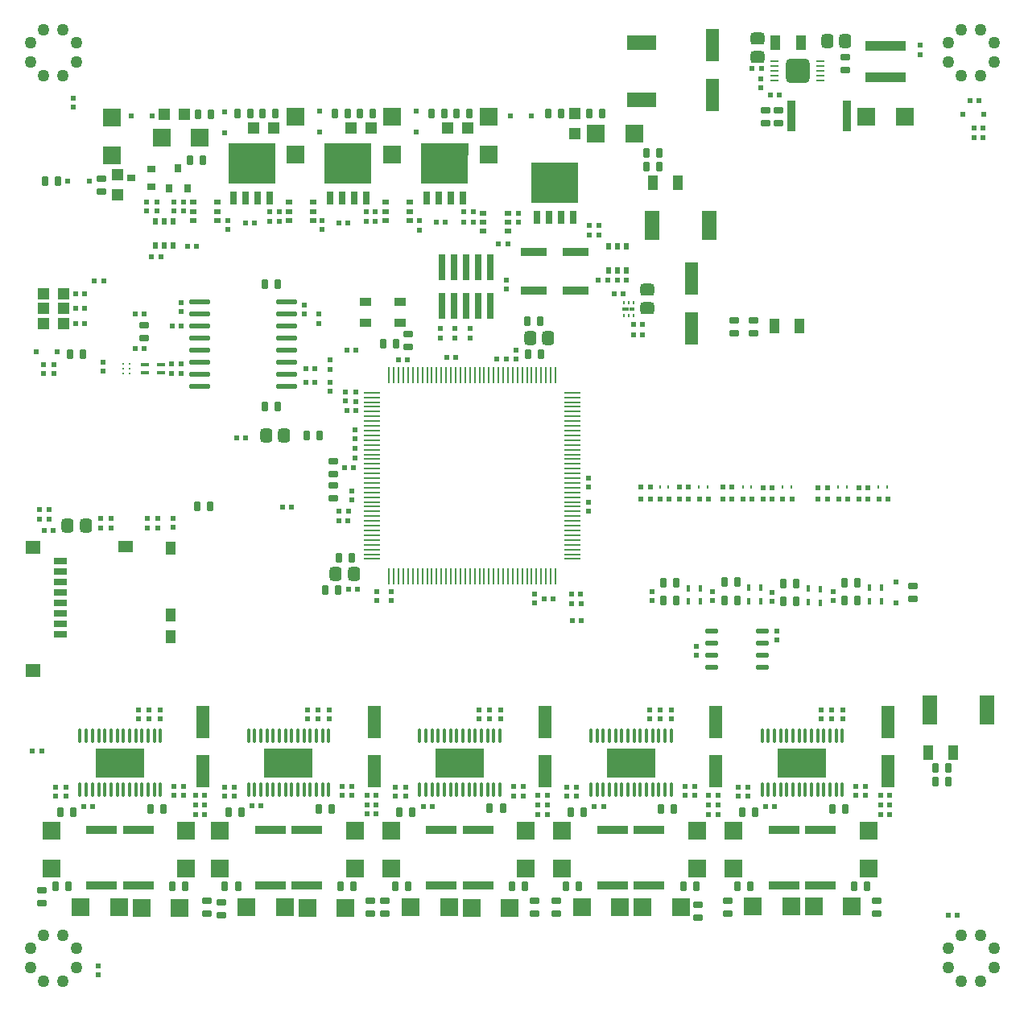
<source format=gtp>
G04 Layer_Color=8421504*
%FSLAX24Y24*%
%MOIN*%
G70*
G01*
G75*
%ADD15R,0.0591X0.0453*%
%ADD19C,0.0500*%
%ADD53R,0.0110X0.0157*%
%ADD136R,0.0217X0.0118*%
%ADD137R,0.0256X0.0118*%
%ADD138R,0.0531X0.1319*%
%ADD139R,0.0649X0.0531*%
%ADD140R,0.0433X0.0571*%
%ADD141R,0.0571X0.0295*%
%ADD142R,0.0098X0.0137*%
G04:AMPARAMS|DCode=143|XSize=20mil|YSize=22mil|CornerRadius=3.4mil|HoleSize=0mil|Usage=FLASHONLY|Rotation=270.000|XOffset=0mil|YOffset=0mil|HoleType=Round|Shape=RoundedRectangle|*
%AMROUNDEDRECTD143*
21,1,0.0200,0.0152,0,0,270.0*
21,1,0.0132,0.0220,0,0,270.0*
1,1,0.0068,-0.0076,-0.0066*
1,1,0.0068,-0.0076,0.0066*
1,1,0.0068,0.0076,0.0066*
1,1,0.0068,0.0076,-0.0066*
%
%ADD143ROUNDEDRECTD143*%
G04:AMPARAMS|DCode=144|XSize=27.1mil|YSize=37.4mil|CornerRadius=4.8mil|HoleSize=0mil|Usage=FLASHONLY|Rotation=0.000|XOffset=0mil|YOffset=0mil|HoleType=Round|Shape=RoundedRectangle|*
%AMROUNDEDRECTD144*
21,1,0.0271,0.0277,0,0,0.0*
21,1,0.0175,0.0374,0,0,0.0*
1,1,0.0097,0.0087,-0.0139*
1,1,0.0097,-0.0087,-0.0139*
1,1,0.0097,-0.0087,0.0139*
1,1,0.0097,0.0087,0.0139*
%
%ADD144ROUNDEDRECTD144*%
G04:AMPARAMS|DCode=145|XSize=27.1mil|YSize=37.4mil|CornerRadius=4.8mil|HoleSize=0mil|Usage=FLASHONLY|Rotation=270.000|XOffset=0mil|YOffset=0mil|HoleType=Round|Shape=RoundedRectangle|*
%AMROUNDEDRECTD145*
21,1,0.0271,0.0277,0,0,270.0*
21,1,0.0175,0.0374,0,0,270.0*
1,1,0.0097,-0.0139,-0.0087*
1,1,0.0097,-0.0139,0.0087*
1,1,0.0097,0.0139,0.0087*
1,1,0.0097,0.0139,-0.0087*
%
%ADD145ROUNDEDRECTD145*%
G04:AMPARAMS|DCode=146|XSize=20mil|YSize=22mil|CornerRadius=3.4mil|HoleSize=0mil|Usage=FLASHONLY|Rotation=180.000|XOffset=0mil|YOffset=0mil|HoleType=Round|Shape=RoundedRectangle|*
%AMROUNDEDRECTD146*
21,1,0.0200,0.0152,0,0,180.0*
21,1,0.0132,0.0220,0,0,180.0*
1,1,0.0068,-0.0066,0.0076*
1,1,0.0068,0.0066,0.0076*
1,1,0.0068,0.0066,-0.0076*
1,1,0.0068,-0.0066,-0.0076*
%
%ADD146ROUNDEDRECTD146*%
G04:AMPARAMS|DCode=147|XSize=50mil|YSize=58mil|CornerRadius=12mil|HoleSize=0mil|Usage=FLASHONLY|Rotation=0.000|XOffset=0mil|YOffset=0mil|HoleType=Round|Shape=RoundedRectangle|*
%AMROUNDEDRECTD147*
21,1,0.0500,0.0340,0,0,0.0*
21,1,0.0260,0.0580,0,0,0.0*
1,1,0.0240,0.0130,-0.0170*
1,1,0.0240,-0.0130,-0.0170*
1,1,0.0240,-0.0130,0.0170*
1,1,0.0240,0.0130,0.0170*
%
%ADD147ROUNDEDRECTD147*%
%ADD148R,0.0413X0.0649*%
G04:AMPARAMS|DCode=149|XSize=50mil|YSize=58mil|CornerRadius=12mil|HoleSize=0mil|Usage=FLASHONLY|Rotation=270.000|XOffset=0mil|YOffset=0mil|HoleType=Round|Shape=RoundedRectangle|*
%AMROUNDEDRECTD149*
21,1,0.0500,0.0340,0,0,270.0*
21,1,0.0260,0.0580,0,0,270.0*
1,1,0.0240,-0.0170,-0.0130*
1,1,0.0240,-0.0170,0.0130*
1,1,0.0240,0.0170,0.0130*
1,1,0.0240,0.0170,-0.0130*
%
%ADD149ROUNDEDRECTD149*%
%ADD150R,0.0460X0.0460*%
%ADD151R,0.0770X0.0770*%
%ADD152R,0.0220X0.0220*%
%ADD153R,0.0770X0.0770*%
%ADD154R,0.0220X0.0220*%
%ADD155R,0.0460X0.0460*%
%ADD156R,0.1240X0.0610*%
%ADD157R,0.0610X0.1240*%
%ADD158R,0.0180X0.0260*%
%ADD159R,0.0108X0.0086*%
%ADD160R,0.0275X0.1082*%
%ADD161R,0.1653X0.0445*%
%ADD162R,0.0334X0.0137*%
%ADD163R,0.0260X0.0540*%
%ADD164R,0.1950X0.1680*%
%ADD165R,0.1279X0.0334*%
%ADD166R,0.0334X0.1279*%
%ADD167R,0.1082X0.0374*%
%ADD168O,0.0689X0.0098*%
%ADD169O,0.0098X0.0689*%
%ADD170R,0.0382X0.0098*%
G04:AMPARAMS|DCode=171|XSize=103mil|YSize=103mil|CornerRadius=25.3mil|HoleSize=0mil|Usage=FLASHONLY|Rotation=0.000|XOffset=0mil|YOffset=0mil|HoleType=Round|Shape=RoundedRectangle|*
%AMROUNDEDRECTD171*
21,1,0.1030,0.0525,0,0,0.0*
21,1,0.0525,0.1030,0,0,0.0*
1,1,0.0505,0.0263,-0.0263*
1,1,0.0505,-0.0263,-0.0263*
1,1,0.0505,-0.0263,0.0263*
1,1,0.0505,0.0263,0.0263*
%
%ADD171ROUNDEDRECTD171*%
%ADD172O,0.0886X0.0216*%
%ADD173O,0.0571X0.0216*%
%ADD174R,0.0216X0.0315*%
%ADD175R,0.0315X0.0216*%
%ADD176R,0.0452X0.0334*%
%ADD177O,0.0118X0.0649*%
%ADD178R,0.2035X0.1200*%
%ADD179R,0.0340X0.0300*%
%ADD180R,0.0300X0.0340*%
G36*
X17631Y33643D02*
Y33592D01*
X17419D01*
Y33643D01*
X17454Y33679D01*
X17596D01*
X17631Y33643D01*
D02*
G37*
G36*
X18010D02*
Y33592D01*
X17800D01*
Y33643D01*
X17840Y33679D01*
X17980D01*
X18010Y33643D01*
D02*
G37*
G36*
X17257Y33640D02*
Y33592D01*
X17116D01*
Y33683D01*
X17214D01*
X17257Y33640D01*
D02*
G37*
G36*
X14000Y33643D02*
Y33592D01*
X13790D01*
Y33643D01*
X13830Y33679D01*
X13970D01*
X14000Y33643D01*
D02*
G37*
G36*
X14300Y33592D02*
X14170D01*
Y33640D01*
X14210Y33683D01*
X14300D01*
Y33592D01*
D02*
G37*
G36*
X21808Y34200D02*
X21773Y34170D01*
X21623D01*
X21584Y34210D01*
Y34450D01*
X21808D01*
Y34200D01*
D02*
G37*
G36*
X22186D02*
X22151Y34170D01*
X22001D01*
X21962Y34210D01*
Y34450D01*
X22186D01*
Y34200D01*
D02*
G37*
G36*
X23235Y33930D02*
X23135D01*
Y34450D01*
X23235D01*
Y33930D01*
D02*
G37*
G36*
X18310Y33592D02*
X18180D01*
Y33640D01*
X18220Y33683D01*
X18310D01*
Y33592D01*
D02*
G37*
G36*
X21415Y33930D02*
X21304D01*
Y34450D01*
X21415D01*
Y33930D01*
D02*
G37*
G36*
X22865Y32792D02*
X22735D01*
Y32840D01*
X22775Y32883D01*
X22865D01*
Y32792D01*
D02*
G37*
G36*
X9262Y33640D02*
Y33592D01*
X9120D01*
Y33683D01*
X9219D01*
X9262Y33640D01*
D02*
G37*
G36*
X22565Y32843D02*
Y32792D01*
X22355D01*
Y32843D01*
X22395Y32879D01*
X22535D01*
X22565Y32843D01*
D02*
G37*
G36*
X21812Y32840D02*
Y32792D01*
X21670D01*
Y32883D01*
X21769D01*
X21812Y32840D01*
D02*
G37*
G36*
X22186Y32843D02*
Y32792D01*
X21974D01*
Y32843D01*
X22009Y32879D01*
X22151D01*
X22186Y32843D01*
D02*
G37*
G36*
X13247Y33640D02*
Y33592D01*
X13106D01*
Y33683D01*
X13204D01*
X13247Y33640D01*
D02*
G37*
G36*
X13621Y33643D02*
Y33592D01*
X13409D01*
Y33643D01*
X13444Y33679D01*
X13586D01*
X13621Y33643D01*
D02*
G37*
G36*
X10315Y33592D02*
X10185D01*
Y33640D01*
X10225Y33683D01*
X10315D01*
Y33592D01*
D02*
G37*
G36*
X9636Y33643D02*
Y33592D01*
X9424D01*
Y33643D01*
X9459Y33679D01*
X9601D01*
X9636Y33643D01*
D02*
G37*
G36*
X10015D02*
Y33592D01*
X9805D01*
Y33643D01*
X9845Y33679D01*
X9985D01*
X10015Y33643D01*
D02*
G37*
G36*
X13621Y35000D02*
X13586Y34970D01*
X13436D01*
X13397Y35010D01*
Y35250D01*
X13621D01*
Y35000D01*
D02*
G37*
G36*
X14000Y35010D02*
X13960Y34970D01*
X13820D01*
X13780Y35010D01*
Y35250D01*
X14000D01*
Y35010D01*
D02*
G37*
G36*
X13243Y35000D02*
X13208Y34970D01*
X13058D01*
X13019Y35010D01*
Y35250D01*
X13243D01*
Y35000D01*
D02*
G37*
G36*
X10015Y35010D02*
X9975Y34970D01*
X9835D01*
X9795Y35010D01*
Y35250D01*
X10015D01*
Y35010D01*
D02*
G37*
G36*
X10385D02*
X10355Y34970D01*
X10205D01*
X10165Y35010D01*
Y35250D01*
X10385D01*
Y35010D01*
D02*
G37*
G36*
X18010D02*
X17970Y34970D01*
X17830D01*
X17790Y35010D01*
Y35250D01*
X18010D01*
Y35010D01*
D02*
G37*
G36*
X18380D02*
X18350Y34970D01*
X18200D01*
X18160Y35010D01*
Y35250D01*
X18380D01*
Y35010D01*
D02*
G37*
G36*
X17631Y35000D02*
X17596Y34970D01*
X17446D01*
X17407Y35010D01*
Y35250D01*
X17631D01*
Y35000D01*
D02*
G37*
G36*
X14370Y35010D02*
X14340Y34970D01*
X14190D01*
X14150Y35010D01*
Y35250D01*
X14370D01*
Y35010D01*
D02*
G37*
G36*
X17253Y35000D02*
X17218Y34970D01*
X17068D01*
X17029Y35010D01*
Y35250D01*
X17253D01*
Y35000D01*
D02*
G37*
G36*
X10685Y34730D02*
X10585D01*
Y35250D01*
X10685D01*
Y34730D01*
D02*
G37*
G36*
X12850D02*
X12739D01*
Y35250D01*
X12850D01*
Y34730D01*
D02*
G37*
G36*
X8865D02*
X8754D01*
Y35250D01*
X8865D01*
Y34730D01*
D02*
G37*
G36*
X22565Y34210D02*
X22525Y34170D01*
X22385D01*
X22345Y34210D01*
Y34450D01*
X22565D01*
Y34210D01*
D02*
G37*
G36*
X22935D02*
X22905Y34170D01*
X22755D01*
X22715Y34210D01*
Y34450D01*
X22935D01*
Y34210D01*
D02*
G37*
G36*
X9258Y35000D02*
X9223Y34970D01*
X9073D01*
X9034Y35010D01*
Y35250D01*
X9258D01*
Y35000D01*
D02*
G37*
G36*
X9636D02*
X9601Y34970D01*
X9451D01*
X9412Y35010D01*
Y35250D01*
X9636D01*
Y35000D01*
D02*
G37*
G36*
X18680Y34730D02*
X18580D01*
Y35250D01*
X18680D01*
Y34730D01*
D02*
G37*
G36*
X14670D02*
X14570D01*
Y35250D01*
X14670D01*
Y34730D01*
D02*
G37*
G36*
X16860D02*
X16749D01*
Y35250D01*
X16860D01*
Y34730D01*
D02*
G37*
D15*
X4493Y18549D02*
D03*
D19*
X1894Y555D02*
D03*
X1106D02*
D03*
X555Y1106D02*
D03*
Y1894D02*
D03*
X1106Y2445D02*
D03*
X1894D02*
D03*
X2445Y1894D02*
D03*
Y1106D02*
D03*
X1894Y38055D02*
D03*
X1106D02*
D03*
X555Y38606D02*
D03*
Y39394D02*
D03*
X1106Y39945D02*
D03*
X1894D02*
D03*
X2445Y39394D02*
D03*
Y38606D02*
D03*
X39894Y38055D02*
D03*
X39106D02*
D03*
X38555Y38606D02*
D03*
Y39394D02*
D03*
X39106Y39945D02*
D03*
X39894D02*
D03*
X40445Y39394D02*
D03*
Y38606D02*
D03*
X39894Y555D02*
D03*
X39106D02*
D03*
X38555Y1106D02*
D03*
Y1894D02*
D03*
X39106Y2445D02*
D03*
X39894D02*
D03*
X40445Y1894D02*
D03*
Y1106D02*
D03*
D53*
X25123Y28626D02*
D03*
X25320D02*
D03*
X25517D02*
D03*
Y28114D02*
D03*
X25320D02*
D03*
X25123D02*
D03*
D136*
X25468Y28370D02*
D03*
D137*
X25192D02*
D03*
D138*
X36060Y9226D02*
D03*
Y11274D02*
D03*
X28930Y9226D02*
D03*
Y11274D02*
D03*
X14800Y9226D02*
D03*
Y11274D02*
D03*
X7700Y9226D02*
D03*
Y11274D02*
D03*
X27920Y29634D02*
D03*
Y27586D02*
D03*
X28790Y37246D02*
D03*
Y39294D02*
D03*
X21860Y11274D02*
D03*
Y9226D02*
D03*
D139*
X655Y18499D02*
D03*
Y13421D02*
D03*
D140*
X6354Y18480D02*
D03*
Y15724D02*
D03*
Y14818D02*
D03*
D141*
X1796Y14897D02*
D03*
Y15330D02*
D03*
Y15763D02*
D03*
Y16196D02*
D03*
Y16629D02*
D03*
Y17062D02*
D03*
Y17495D02*
D03*
Y17929D02*
D03*
D142*
X34007Y21010D02*
D03*
X34361D02*
D03*
X30401D02*
D03*
X30047D02*
D03*
X26617D02*
D03*
X26971D02*
D03*
X36021D02*
D03*
X35667D02*
D03*
X31697D02*
D03*
X32051D02*
D03*
X28591D02*
D03*
X28237D02*
D03*
D143*
X31460Y14660D02*
D03*
Y15037D02*
D03*
X3550Y25813D02*
D03*
Y26190D02*
D03*
X2024Y8210D02*
D03*
Y8587D02*
D03*
X8993Y8210D02*
D03*
Y8587D02*
D03*
X23170Y8210D02*
D03*
Y8587D02*
D03*
X30259Y8210D02*
D03*
Y8587D02*
D03*
X5944Y11410D02*
D03*
Y11787D02*
D03*
X12930Y11410D02*
D03*
Y11787D02*
D03*
X27110Y11410D02*
D03*
Y11787D02*
D03*
X34190Y11410D02*
D03*
Y11787D02*
D03*
X8720Y31663D02*
D03*
Y32040D02*
D03*
X12630Y31663D02*
D03*
Y32040D02*
D03*
X16660Y31653D02*
D03*
Y32030D02*
D03*
X16084Y8587D02*
D03*
Y8210D02*
D03*
X20024Y11787D02*
D03*
Y11410D02*
D03*
X13850Y20847D02*
D03*
Y20470D02*
D03*
X14000Y22223D02*
D03*
Y22600D02*
D03*
X20650Y26313D02*
D03*
Y26690D02*
D03*
X23660Y20387D02*
D03*
Y20010D02*
D03*
X21420Y16587D02*
D03*
Y16210D02*
D03*
X13990Y23377D02*
D03*
Y23000D02*
D03*
X23670Y21013D02*
D03*
Y21390D02*
D03*
X37380Y39300D02*
D03*
Y38923D02*
D03*
X6510Y8607D02*
D03*
Y8230D02*
D03*
X13470Y8607D02*
D03*
Y8230D02*
D03*
X26290Y16292D02*
D03*
Y16669D02*
D03*
X28800Y16307D02*
D03*
Y16684D02*
D03*
X31260Y16644D02*
D03*
Y16267D02*
D03*
X33790Y16674D02*
D03*
Y16297D02*
D03*
X17530Y27560D02*
D03*
Y27183D02*
D03*
X14020Y24930D02*
D03*
Y24553D02*
D03*
X15510Y16293D02*
D03*
Y16670D02*
D03*
X14880Y16293D02*
D03*
Y16670D02*
D03*
X12480Y27783D02*
D03*
Y28160D02*
D03*
X11900Y28547D02*
D03*
Y28170D02*
D03*
X6800Y28647D02*
D03*
Y28270D02*
D03*
X18130Y27180D02*
D03*
Y27559D02*
D03*
X18750Y27560D02*
D03*
Y27181D02*
D03*
X20250Y29580D02*
D03*
Y29201D02*
D03*
X28140Y14420D02*
D03*
Y14041D02*
D03*
X6910Y8609D02*
D03*
Y8230D02*
D03*
X13870Y8609D02*
D03*
Y8230D02*
D03*
X28060Y8609D02*
D03*
Y8230D02*
D03*
X35140Y8609D02*
D03*
Y8230D02*
D03*
X27660D02*
D03*
Y8609D02*
D03*
X34740Y8230D02*
D03*
Y8609D02*
D03*
X1611Y8587D02*
D03*
Y8208D02*
D03*
X8580Y8587D02*
D03*
Y8208D02*
D03*
X22757Y8587D02*
D03*
Y8208D02*
D03*
X29846Y8587D02*
D03*
Y8208D02*
D03*
X5474Y11411D02*
D03*
Y11790D02*
D03*
X12463Y11411D02*
D03*
Y11790D02*
D03*
X26640Y11411D02*
D03*
Y11790D02*
D03*
X33730Y11411D02*
D03*
Y11790D02*
D03*
X5044Y11789D02*
D03*
Y11410D02*
D03*
X12033Y11789D02*
D03*
Y11410D02*
D03*
X26210Y11789D02*
D03*
Y11410D02*
D03*
X33300Y11789D02*
D03*
Y11410D02*
D03*
X5360Y32431D02*
D03*
Y32810D02*
D03*
X5790Y32431D02*
D03*
Y32810D02*
D03*
X6480Y32431D02*
D03*
Y32810D02*
D03*
X6890Y32809D02*
D03*
Y32430D02*
D03*
X20750Y32349D02*
D03*
Y31970D02*
D03*
X20970Y8220D02*
D03*
Y8599D02*
D03*
X20570D02*
D03*
Y8220D02*
D03*
X15671Y8208D02*
D03*
Y8587D02*
D03*
X19554Y11411D02*
D03*
Y11790D02*
D03*
X19124Y11789D02*
D03*
Y11410D02*
D03*
X30780Y37909D02*
D03*
Y37530D02*
D03*
X5830Y19321D02*
D03*
Y19700D02*
D03*
X3350Y810D02*
D03*
Y1189D02*
D03*
X2340Y37120D02*
D03*
Y36741D02*
D03*
X12950Y25340D02*
D03*
Y24961D02*
D03*
Y25890D02*
D03*
Y26269D02*
D03*
X13600Y24939D02*
D03*
Y24560D02*
D03*
X1540Y26089D02*
D03*
Y25710D02*
D03*
X1110Y26090D02*
D03*
Y25713D02*
D03*
X6455Y19704D02*
D03*
Y19325D02*
D03*
X5410Y19321D02*
D03*
Y19700D02*
D03*
X3460Y19699D02*
D03*
Y19320D02*
D03*
X3880Y19699D02*
D03*
Y19320D02*
D03*
D144*
X10272Y24350D02*
D03*
X10808D02*
D03*
X1592Y4470D02*
D03*
X2128D02*
D03*
X8611Y4460D02*
D03*
X9147D02*
D03*
X22739D02*
D03*
X23275D02*
D03*
X29828D02*
D03*
X30363D02*
D03*
X6434Y4470D02*
D03*
X6969D02*
D03*
X13402D02*
D03*
X13938D02*
D03*
X27579D02*
D03*
X28115D02*
D03*
X34668D02*
D03*
X35203D02*
D03*
X1784Y7540D02*
D03*
X2319D02*
D03*
X8752D02*
D03*
X9288D02*
D03*
X22929D02*
D03*
X23465D02*
D03*
X30018D02*
D03*
X30553D02*
D03*
X6052Y7690D02*
D03*
X5517D02*
D03*
X13021D02*
D03*
X12485D02*
D03*
X27198D02*
D03*
X26662D02*
D03*
X34286D02*
D03*
X33751D02*
D03*
X1152Y33690D02*
D03*
X1688D02*
D03*
X7709Y34528D02*
D03*
X7173D02*
D03*
X9678Y36470D02*
D03*
X9142D02*
D03*
X13698D02*
D03*
X13162D02*
D03*
X17708Y36470D02*
D03*
X17172D02*
D03*
X22528Y36470D02*
D03*
X21992D02*
D03*
X16189Y4460D02*
D03*
X15653D02*
D03*
X21029Y4470D02*
D03*
X20493D02*
D03*
X15842Y7530D02*
D03*
X16378D02*
D03*
X20112Y7700D02*
D03*
X19576D02*
D03*
X26072Y34290D02*
D03*
X26608D02*
D03*
X26072Y34840D02*
D03*
X26608D02*
D03*
X21142Y27860D02*
D03*
X21678D02*
D03*
X13288Y16750D02*
D03*
X12752D02*
D03*
X12528Y23150D02*
D03*
X11992D02*
D03*
X38022Y8820D02*
D03*
X38558D02*
D03*
X38022Y9360D02*
D03*
X38558D02*
D03*
X15698Y26950D02*
D03*
X15162D02*
D03*
X10272Y29410D02*
D03*
X10808D02*
D03*
X2718Y26510D02*
D03*
X2182D02*
D03*
X7482Y36430D02*
D03*
X8018D02*
D03*
X10688Y36470D02*
D03*
X10152D02*
D03*
X14718Y36470D02*
D03*
X14182D02*
D03*
X18718Y36470D02*
D03*
X18182D02*
D03*
X23682D02*
D03*
X24218D02*
D03*
X27308Y17044D02*
D03*
X26772D02*
D03*
X29818Y17060D02*
D03*
X29282D02*
D03*
X32278Y17020D02*
D03*
X31742D02*
D03*
X34808Y17050D02*
D03*
X34272D02*
D03*
X27308Y16294D02*
D03*
X26772D02*
D03*
X29818Y16310D02*
D03*
X29282D02*
D03*
X32278Y16270D02*
D03*
X31742D02*
D03*
X34808Y16300D02*
D03*
X34272D02*
D03*
X21698Y26500D02*
D03*
X21162D02*
D03*
X13312Y18070D02*
D03*
X13848D02*
D03*
X7998Y20210D02*
D03*
X7462D02*
D03*
D145*
X1043Y3787D02*
D03*
Y4323D02*
D03*
X8455Y3266D02*
D03*
Y3801D02*
D03*
X22327Y3332D02*
D03*
Y3868D02*
D03*
X29430Y3332D02*
D03*
Y3868D02*
D03*
X7855Y3332D02*
D03*
Y3868D02*
D03*
X14625Y3332D02*
D03*
Y3868D02*
D03*
X28210Y3182D02*
D03*
Y3718D02*
D03*
X35596Y3332D02*
D03*
Y3868D02*
D03*
X15241D02*
D03*
Y3332D02*
D03*
X21421Y3868D02*
D03*
Y3332D02*
D03*
X13090Y20532D02*
D03*
Y21068D02*
D03*
X30480Y27362D02*
D03*
Y27898D02*
D03*
X29700Y27362D02*
D03*
Y27898D02*
D03*
X13090Y21532D02*
D03*
Y22068D02*
D03*
X34293Y38267D02*
D03*
Y38802D02*
D03*
X16210Y26802D02*
D03*
Y27338D02*
D03*
X5270Y27718D02*
D03*
Y27182D02*
D03*
X3500Y33252D02*
D03*
Y33788D02*
D03*
X31533Y36062D02*
D03*
Y36598D02*
D03*
X30980D02*
D03*
Y36062D02*
D03*
X37090Y16908D02*
D03*
Y16372D02*
D03*
D146*
X1497Y19220D02*
D03*
X1120D02*
D03*
X5573Y30540D02*
D03*
X5950D02*
D03*
X19943Y31070D02*
D03*
X20320D02*
D03*
X24447Y29560D02*
D03*
X24070D02*
D03*
X21947Y7450D02*
D03*
X21570D02*
D03*
X21947Y7830D02*
D03*
X21570D02*
D03*
X17194Y7770D02*
D03*
X16817D02*
D03*
X15783Y26280D02*
D03*
X16160D02*
D03*
X13713Y16760D02*
D03*
X14090D02*
D03*
X27810Y21000D02*
D03*
X27433D02*
D03*
X31260Y20990D02*
D03*
X30883D02*
D03*
X35230D02*
D03*
X34853D02*
D03*
X13717Y20000D02*
D03*
X13340D02*
D03*
X14037Y24160D02*
D03*
X13660D02*
D03*
X13707Y19600D02*
D03*
X13330D02*
D03*
X26220Y20520D02*
D03*
X25843D02*
D03*
X29610Y21000D02*
D03*
X29233D02*
D03*
X33550Y20990D02*
D03*
X33173D02*
D03*
X20247Y26320D02*
D03*
X19870D02*
D03*
X21833Y16360D02*
D03*
X22210D02*
D03*
X24730Y29020D02*
D03*
X25107D02*
D03*
X25910Y27310D02*
D03*
X25533D02*
D03*
X25910Y27740D02*
D03*
X25533D02*
D03*
X29017Y7450D02*
D03*
X28640D02*
D03*
X36127D02*
D03*
X35750D02*
D03*
X31573Y37254D02*
D03*
X31196D02*
D03*
X1320Y20090D02*
D03*
X943D02*
D03*
X39615Y35867D02*
D03*
X39992D02*
D03*
X7380Y7840D02*
D03*
X7757D02*
D03*
X14490Y7850D02*
D03*
X14867D02*
D03*
X28640Y7840D02*
D03*
X29017D02*
D03*
X35750D02*
D03*
X36127D02*
D03*
X4893Y26730D02*
D03*
X5270D02*
D03*
X5277Y28180D02*
D03*
X4900D02*
D03*
X6797Y27660D02*
D03*
X6420D02*
D03*
X3134Y7770D02*
D03*
X2757D02*
D03*
X10103Y7800D02*
D03*
X9726D02*
D03*
X24280Y7770D02*
D03*
X23903D02*
D03*
X31369D02*
D03*
X30992D02*
D03*
X18159Y26370D02*
D03*
X17780D02*
D03*
X10992Y20187D02*
D03*
X11371D02*
D03*
X2799Y28400D02*
D03*
X2420D02*
D03*
X2799Y27790D02*
D03*
X2420D02*
D03*
X27810Y20520D02*
D03*
X27431D02*
D03*
X31260D02*
D03*
X30881D02*
D03*
X35230D02*
D03*
X34851D02*
D03*
X28251D02*
D03*
X28630D02*
D03*
X31711D02*
D03*
X32090D02*
D03*
X35681D02*
D03*
X36060D02*
D03*
X26220Y21000D02*
D03*
X25841D02*
D03*
X29610Y20520D02*
D03*
X29231D02*
D03*
X33550D02*
D03*
X33171D02*
D03*
X26631Y20519D02*
D03*
X27010D02*
D03*
X30061Y20520D02*
D03*
X30440D02*
D03*
X34021D02*
D03*
X34400D02*
D03*
X7380Y8240D02*
D03*
X7759D02*
D03*
X14490D02*
D03*
X14869D02*
D03*
X28640Y8230D02*
D03*
X29019D02*
D03*
X35750Y8240D02*
D03*
X36129D02*
D03*
X7380Y7450D02*
D03*
X7759D02*
D03*
X14490Y7460D02*
D03*
X14869D02*
D03*
X9081Y23040D02*
D03*
X9460D02*
D03*
X7440Y30990D02*
D03*
X7061D02*
D03*
X9839Y31940D02*
D03*
X9460D02*
D03*
X22980Y15480D02*
D03*
X23359D02*
D03*
X10849Y32000D02*
D03*
X10470D02*
D03*
X10849Y32400D02*
D03*
X10470D02*
D03*
X13709Y31950D02*
D03*
X13330D02*
D03*
X14829Y32000D02*
D03*
X14450D02*
D03*
X14829Y32400D02*
D03*
X14450D02*
D03*
X17739Y31970D02*
D03*
X17360D02*
D03*
X18889D02*
D03*
X18510D02*
D03*
X23340Y16570D02*
D03*
X22961D02*
D03*
X18889Y32400D02*
D03*
X18510D02*
D03*
X24089Y31430D02*
D03*
X23710D02*
D03*
X24089Y31850D02*
D03*
X23710D02*
D03*
X25229Y29560D02*
D03*
X24850D02*
D03*
X2421Y29010D02*
D03*
X2800D02*
D03*
X30812Y38334D02*
D03*
X30433D02*
D03*
X39995Y35467D02*
D03*
X39616D02*
D03*
X941Y19690D02*
D03*
X1320D02*
D03*
X39826Y37006D02*
D03*
X39447D02*
D03*
X38930Y3280D02*
D03*
X38551D02*
D03*
X640Y10060D02*
D03*
X1019D02*
D03*
X3580Y29550D02*
D03*
X3201D02*
D03*
X22970Y16170D02*
D03*
X23349D02*
D03*
X14029Y26690D02*
D03*
X13650D02*
D03*
X13560Y21820D02*
D03*
X13939D02*
D03*
X11950Y25350D02*
D03*
X12329D02*
D03*
X6410Y26110D02*
D03*
X6789D02*
D03*
X11960Y25900D02*
D03*
X12339D02*
D03*
X6410Y25720D02*
D03*
X6789D02*
D03*
X21570Y8234D02*
D03*
X21949D02*
D03*
D147*
X2096Y19400D02*
D03*
X2850D02*
D03*
X34307Y39484D02*
D03*
X33553D02*
D03*
X21256Y27190D02*
D03*
X22010D02*
D03*
X13964Y17420D02*
D03*
X13210D02*
D03*
X10316Y23130D02*
D03*
X11070D02*
D03*
D148*
X26328Y33620D02*
D03*
X27372D02*
D03*
X32402Y27680D02*
D03*
X31358D02*
D03*
X38772Y10020D02*
D03*
X37728D02*
D03*
X31411Y39424D02*
D03*
X32455D02*
D03*
D149*
X26090Y29164D02*
D03*
Y28410D02*
D03*
X30662Y38821D02*
D03*
Y39575D02*
D03*
D150*
X1913Y28400D02*
D03*
X1080D02*
D03*
X6923Y36430D02*
D03*
X6090D02*
D03*
X10643Y35890D02*
D03*
X9810D02*
D03*
X14663D02*
D03*
X13830D02*
D03*
X1913Y27790D02*
D03*
X1080D02*
D03*
X18653Y35890D02*
D03*
X17820D02*
D03*
X1913Y29010D02*
D03*
X1080D02*
D03*
D151*
X3920Y36310D02*
D03*
Y34733D02*
D03*
X11540Y34780D02*
D03*
Y36357D02*
D03*
X15530Y34780D02*
D03*
Y36357D02*
D03*
X19530Y34760D02*
D03*
Y36337D02*
D03*
X15491Y6787D02*
D03*
Y5210D02*
D03*
X21071Y6787D02*
D03*
Y5210D02*
D03*
X1431D02*
D03*
Y6787D02*
D03*
X8400Y5210D02*
D03*
Y6787D02*
D03*
X22577Y5210D02*
D03*
Y6787D02*
D03*
X29666Y5210D02*
D03*
Y6787D02*
D03*
X7011Y5210D02*
D03*
Y6787D02*
D03*
X13980Y5210D02*
D03*
Y6787D02*
D03*
X28157Y5210D02*
D03*
Y6787D02*
D03*
X35246Y5210D02*
D03*
Y6787D02*
D03*
D152*
X2980Y33680D02*
D03*
X2107D02*
D03*
X4730Y36380D02*
D03*
X5603D02*
D03*
X20420D02*
D03*
X21293D02*
D03*
X40025Y36457D02*
D03*
X39152D02*
D03*
X787Y26620D02*
D03*
X1660D02*
D03*
D153*
X5992Y35482D02*
D03*
X7569D02*
D03*
X23970Y35630D02*
D03*
X25547D02*
D03*
X17879Y3600D02*
D03*
X16301D02*
D03*
X18814Y3590D02*
D03*
X20391D02*
D03*
X35173Y36354D02*
D03*
X36751D02*
D03*
X2635Y3600D02*
D03*
X4213D02*
D03*
X9505D02*
D03*
X11083D02*
D03*
X23387D02*
D03*
X24965D02*
D03*
X30476Y3630D02*
D03*
X32053D02*
D03*
X6725Y3590D02*
D03*
X5148D02*
D03*
X13595D02*
D03*
X12018D02*
D03*
X27480Y3600D02*
D03*
X25903D02*
D03*
X34570Y3630D02*
D03*
X32993D02*
D03*
D154*
X8600Y36550D02*
D03*
Y35677D02*
D03*
X12540Y36590D02*
D03*
Y35717D02*
D03*
X16520Y36590D02*
D03*
Y35717D02*
D03*
X36410Y16200D02*
D03*
Y17073D02*
D03*
D155*
X23110Y36473D02*
D03*
Y35640D02*
D03*
X4150Y33933D02*
D03*
Y33100D02*
D03*
D156*
X25870Y37029D02*
D03*
Y39400D02*
D03*
D157*
X28651Y31830D02*
D03*
X26280D02*
D03*
X40157Y11772D02*
D03*
X37786D02*
D03*
D158*
X27790Y16269D02*
D03*
Y16820D02*
D03*
X30300Y16836D02*
D03*
Y16284D02*
D03*
X32760Y16796D02*
D03*
Y16244D02*
D03*
X35290Y16274D02*
D03*
Y16826D02*
D03*
X28290Y16269D02*
D03*
Y16820D02*
D03*
X30800Y16836D02*
D03*
Y16284D02*
D03*
X33270Y16224D02*
D03*
Y16776D02*
D03*
X35790Y16826D02*
D03*
Y16274D02*
D03*
D159*
X4397Y26107D02*
D03*
X4663D02*
D03*
X4397Y25910D02*
D03*
Y25713D02*
D03*
X4663Y25910D02*
D03*
Y25713D02*
D03*
D160*
X17590Y28511D02*
D03*
Y30109D02*
D03*
X18090Y28511D02*
D03*
Y30109D02*
D03*
X18590Y28511D02*
D03*
Y30109D02*
D03*
X19090Y28511D02*
D03*
Y30109D02*
D03*
X19590Y28511D02*
D03*
Y30109D02*
D03*
D161*
X35963Y37963D02*
D03*
Y39266D02*
D03*
D162*
X5975Y26067D02*
D03*
X5305D02*
D03*
Y25753D02*
D03*
X5975D02*
D03*
D163*
X8965Y32966D02*
D03*
X9465D02*
D03*
X9965D02*
D03*
X10465D02*
D03*
X12950D02*
D03*
X13450D02*
D03*
X13950D02*
D03*
X14450D02*
D03*
X16960D02*
D03*
X17460D02*
D03*
X17960D02*
D03*
X18460D02*
D03*
X21515Y32166D02*
D03*
X22015D02*
D03*
X22515D02*
D03*
X23015D02*
D03*
D164*
X9715Y34410D02*
D03*
X13700D02*
D03*
X17710D02*
D03*
X22265Y33610D02*
D03*
D165*
X5031Y4499D02*
D03*
Y6821D02*
D03*
X12000Y4499D02*
D03*
Y6821D02*
D03*
X26177Y4499D02*
D03*
Y6821D02*
D03*
X33266Y4499D02*
D03*
Y6821D02*
D03*
X3511Y4499D02*
D03*
Y6821D02*
D03*
X10480Y4499D02*
D03*
Y6821D02*
D03*
X24657Y4499D02*
D03*
Y6821D02*
D03*
X31746Y4499D02*
D03*
Y6821D02*
D03*
X17571Y4499D02*
D03*
Y6821D02*
D03*
X19091Y4499D02*
D03*
Y6821D02*
D03*
D166*
X34375Y36374D02*
D03*
X32052D02*
D03*
D167*
X21384Y30727D02*
D03*
X23116Y29153D02*
D03*
X21384D02*
D03*
X23116Y30727D02*
D03*
D168*
X23004Y24916D02*
D03*
Y24719D02*
D03*
Y24522D02*
D03*
Y24325D02*
D03*
Y24128D02*
D03*
Y23932D02*
D03*
Y23735D02*
D03*
Y23538D02*
D03*
Y23341D02*
D03*
Y23144D02*
D03*
Y22947D02*
D03*
Y22751D02*
D03*
Y22554D02*
D03*
Y22357D02*
D03*
Y22160D02*
D03*
Y21963D02*
D03*
Y21766D02*
D03*
Y21569D02*
D03*
Y21373D02*
D03*
Y21176D02*
D03*
Y20979D02*
D03*
Y20782D02*
D03*
Y20585D02*
D03*
Y20388D02*
D03*
Y20192D02*
D03*
Y19995D02*
D03*
Y19798D02*
D03*
Y19601D02*
D03*
Y19404D02*
D03*
Y19207D02*
D03*
Y19010D02*
D03*
Y18814D02*
D03*
Y18617D02*
D03*
Y18420D02*
D03*
Y18223D02*
D03*
Y18026D02*
D03*
X14696D02*
D03*
Y18223D02*
D03*
Y18420D02*
D03*
Y18617D02*
D03*
Y18814D02*
D03*
Y19010D02*
D03*
Y19207D02*
D03*
Y19404D02*
D03*
Y19601D02*
D03*
Y19798D02*
D03*
Y19995D02*
D03*
Y20192D02*
D03*
Y20388D02*
D03*
Y20585D02*
D03*
Y20782D02*
D03*
Y20979D02*
D03*
Y21176D02*
D03*
Y21373D02*
D03*
Y21569D02*
D03*
Y21766D02*
D03*
Y21963D02*
D03*
Y22160D02*
D03*
Y22357D02*
D03*
Y22554D02*
D03*
Y22751D02*
D03*
Y22947D02*
D03*
Y23144D02*
D03*
Y23341D02*
D03*
Y23538D02*
D03*
Y23735D02*
D03*
Y23932D02*
D03*
Y24128D02*
D03*
Y24325D02*
D03*
Y24522D02*
D03*
Y24719D02*
D03*
Y24916D02*
D03*
D169*
X22295Y17317D02*
D03*
X22098D02*
D03*
X21901D02*
D03*
X21704D02*
D03*
X21507D02*
D03*
X21311D02*
D03*
X21114D02*
D03*
X20917D02*
D03*
X20720D02*
D03*
X20523D02*
D03*
X20326D02*
D03*
X20130D02*
D03*
X19933D02*
D03*
X19736D02*
D03*
X19539D02*
D03*
X19342D02*
D03*
X19145D02*
D03*
X18948D02*
D03*
X18752D02*
D03*
X18555D02*
D03*
X18358D02*
D03*
X18161D02*
D03*
X17964D02*
D03*
X17767D02*
D03*
X17570D02*
D03*
X17374D02*
D03*
X17177D02*
D03*
X16980D02*
D03*
X16783D02*
D03*
X16586D02*
D03*
X16389D02*
D03*
X16193D02*
D03*
X15996D02*
D03*
X15799D02*
D03*
X15602D02*
D03*
X15405D02*
D03*
Y25625D02*
D03*
X15602D02*
D03*
X15799D02*
D03*
X15996D02*
D03*
X16193D02*
D03*
X16389D02*
D03*
X16586D02*
D03*
X16783D02*
D03*
X16980D02*
D03*
X17177D02*
D03*
X17374D02*
D03*
X17570D02*
D03*
X17767D02*
D03*
X17964D02*
D03*
X18161D02*
D03*
X18358D02*
D03*
X18555D02*
D03*
X18752D02*
D03*
X18948D02*
D03*
X19145D02*
D03*
X19342D02*
D03*
X19539D02*
D03*
X19736D02*
D03*
X19933D02*
D03*
X20130D02*
D03*
X20326D02*
D03*
X20523D02*
D03*
X20720D02*
D03*
X20917D02*
D03*
X21114D02*
D03*
X21311D02*
D03*
X21507D02*
D03*
X21704D02*
D03*
X21901D02*
D03*
X22098D02*
D03*
X22295D02*
D03*
D170*
X31368Y38638D02*
D03*
Y38441D02*
D03*
Y38244D02*
D03*
Y38047D02*
D03*
Y37851D02*
D03*
X33258Y38638D02*
D03*
Y38441D02*
D03*
Y38244D02*
D03*
Y38047D02*
D03*
Y37851D02*
D03*
D171*
X32313Y38244D02*
D03*
D172*
X11151Y25160D02*
D03*
Y25660D02*
D03*
Y26160D02*
D03*
Y26660D02*
D03*
Y27160D02*
D03*
Y27660D02*
D03*
Y28160D02*
D03*
Y28660D02*
D03*
X7549Y25160D02*
D03*
Y25660D02*
D03*
Y26160D02*
D03*
Y26660D02*
D03*
Y27160D02*
D03*
Y27660D02*
D03*
Y28160D02*
D03*
Y28660D02*
D03*
D173*
X30873Y13540D02*
D03*
Y14040D02*
D03*
Y14540D02*
D03*
Y15040D02*
D03*
X28747Y13540D02*
D03*
Y14040D02*
D03*
Y14540D02*
D03*
Y15040D02*
D03*
D174*
X5726Y32002D02*
D03*
X6100D02*
D03*
X6474D02*
D03*
Y30998D02*
D03*
X6100D02*
D03*
X5726D02*
D03*
X24486Y30972D02*
D03*
X24860D02*
D03*
X25234D02*
D03*
Y29968D02*
D03*
X24860D02*
D03*
X24486D02*
D03*
D175*
X7298Y32046D02*
D03*
Y32420D02*
D03*
Y32794D02*
D03*
X8302D02*
D03*
Y32420D02*
D03*
Y32046D02*
D03*
X11268D02*
D03*
Y32420D02*
D03*
Y32794D02*
D03*
X12272D02*
D03*
Y32420D02*
D03*
Y32046D02*
D03*
X15248D02*
D03*
Y32420D02*
D03*
Y32794D02*
D03*
X16252D02*
D03*
Y32420D02*
D03*
Y32046D02*
D03*
X19308Y31606D02*
D03*
Y31980D02*
D03*
Y32354D02*
D03*
X20312D02*
D03*
Y31980D02*
D03*
Y31606D02*
D03*
D176*
X14422Y27807D02*
D03*
X15878D02*
D03*
Y28673D02*
D03*
X14422D02*
D03*
D177*
X30845Y8468D02*
D03*
X31101D02*
D03*
X31357D02*
D03*
X31613D02*
D03*
X31869D02*
D03*
X32125D02*
D03*
X32381D02*
D03*
X32637D02*
D03*
X32893D02*
D03*
X33149D02*
D03*
X33404D02*
D03*
X33660D02*
D03*
X33916D02*
D03*
X34172D02*
D03*
X30845Y10712D02*
D03*
X31101D02*
D03*
X31357D02*
D03*
X31613D02*
D03*
X31869D02*
D03*
X32125D02*
D03*
X32381D02*
D03*
X32637D02*
D03*
X32893D02*
D03*
X33149D02*
D03*
X33404D02*
D03*
X33660D02*
D03*
X33916D02*
D03*
X34172D02*
D03*
X27084D02*
D03*
X26828D02*
D03*
X26572D02*
D03*
X26316D02*
D03*
X26060D02*
D03*
X25804D02*
D03*
X25548D02*
D03*
X25292D02*
D03*
X25036D02*
D03*
X24780D02*
D03*
X24525D02*
D03*
X24269D02*
D03*
X24013D02*
D03*
X23757D02*
D03*
X27084Y8468D02*
D03*
X26828D02*
D03*
X26572D02*
D03*
X26316D02*
D03*
X26060D02*
D03*
X25804D02*
D03*
X25548D02*
D03*
X25292D02*
D03*
X25036D02*
D03*
X24780D02*
D03*
X24525D02*
D03*
X24269D02*
D03*
X24013D02*
D03*
X23757D02*
D03*
X16671D02*
D03*
X16927D02*
D03*
X17183D02*
D03*
X17439D02*
D03*
X17694D02*
D03*
X17950D02*
D03*
X18206D02*
D03*
X18462D02*
D03*
X18718D02*
D03*
X18974D02*
D03*
X19230D02*
D03*
X19486D02*
D03*
X19742D02*
D03*
X19998D02*
D03*
X16671Y10712D02*
D03*
X16927D02*
D03*
X17183D02*
D03*
X17439D02*
D03*
X17694D02*
D03*
X17950D02*
D03*
X18206D02*
D03*
X18462D02*
D03*
X18718D02*
D03*
X18974D02*
D03*
X19230D02*
D03*
X19486D02*
D03*
X19742D02*
D03*
X19998D02*
D03*
X12906D02*
D03*
X12651D02*
D03*
X12395D02*
D03*
X12139D02*
D03*
X11883D02*
D03*
X11627D02*
D03*
X11371D02*
D03*
X11115D02*
D03*
X10859D02*
D03*
X10603D02*
D03*
X10347D02*
D03*
X10091D02*
D03*
X9836D02*
D03*
X9580D02*
D03*
X12906Y8468D02*
D03*
X12651D02*
D03*
X12395D02*
D03*
X12139D02*
D03*
X11883D02*
D03*
X11627D02*
D03*
X11371D02*
D03*
X11115D02*
D03*
X10859D02*
D03*
X10603D02*
D03*
X10347D02*
D03*
X10091D02*
D03*
X9836D02*
D03*
X9580D02*
D03*
X2611D02*
D03*
X2867D02*
D03*
X3123D02*
D03*
X3379D02*
D03*
X3635D02*
D03*
X3891D02*
D03*
X4146D02*
D03*
X4402D02*
D03*
X4658D02*
D03*
X4914D02*
D03*
X5170D02*
D03*
X5426D02*
D03*
X5682D02*
D03*
X5938D02*
D03*
X2611Y10712D02*
D03*
X2867D02*
D03*
X3123D02*
D03*
X3379D02*
D03*
X3635D02*
D03*
X3891D02*
D03*
X4146D02*
D03*
X4402D02*
D03*
X4658D02*
D03*
X4914D02*
D03*
X5170D02*
D03*
X5426D02*
D03*
X5682D02*
D03*
X5938D02*
D03*
D178*
X32509Y9590D02*
D03*
X25420D02*
D03*
X18334D02*
D03*
X11243D02*
D03*
X4274D02*
D03*
D179*
X4737Y33799D02*
D03*
X5571Y34179D02*
D03*
Y33425D02*
D03*
D180*
X6673Y34200D02*
D03*
X7053Y33366D02*
D03*
X6299D02*
D03*
M02*

</source>
